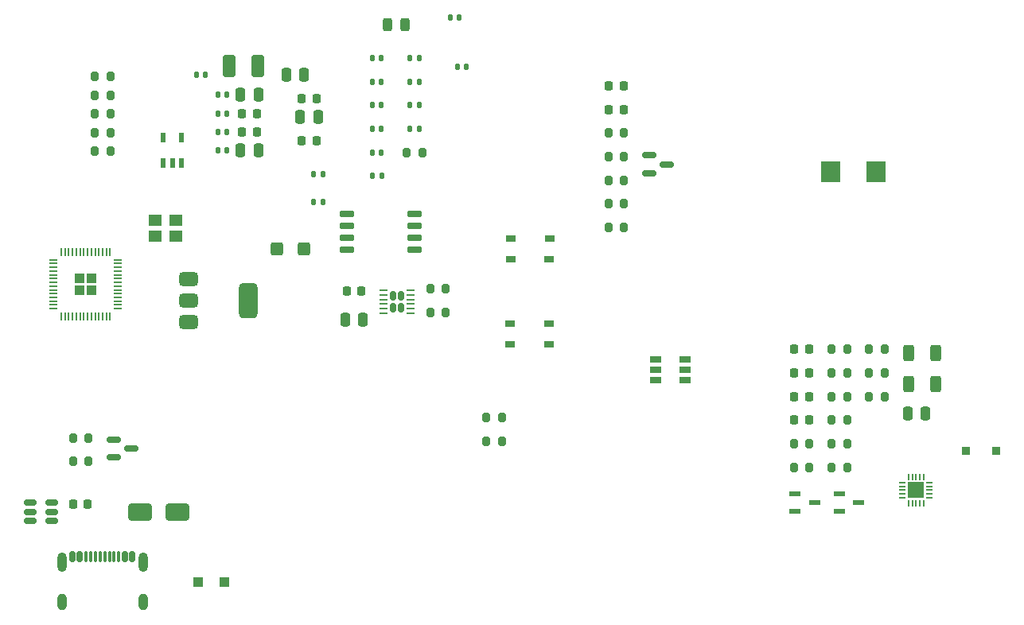
<source format=gbr>
%TF.GenerationSoftware,KiCad,Pcbnew,8.0.0*%
%TF.CreationDate,2024-04-27T18:31:45+01:00*%
%TF.ProjectId,StepUp,53746570-5570-42e6-9b69-6361645f7063,rev?*%
%TF.SameCoordinates,Original*%
%TF.FileFunction,Paste,Top*%
%TF.FilePolarity,Positive*%
%FSLAX46Y46*%
G04 Gerber Fmt 4.6, Leading zero omitted, Abs format (unit mm)*
G04 Created by KiCad (PCBNEW 8.0.0) date 2024-04-27 18:31:45*
%MOMM*%
%LPD*%
G01*
G04 APERTURE LIST*
G04 Aperture macros list*
%AMRoundRect*
0 Rectangle with rounded corners*
0 $1 Rounding radius*
0 $2 $3 $4 $5 $6 $7 $8 $9 X,Y pos of 4 corners*
0 Add a 4 corners polygon primitive as box body*
4,1,4,$2,$3,$4,$5,$6,$7,$8,$9,$2,$3,0*
0 Add four circle primitives for the rounded corners*
1,1,$1+$1,$2,$3*
1,1,$1+$1,$4,$5*
1,1,$1+$1,$6,$7*
1,1,$1+$1,$8,$9*
0 Add four rect primitives between the rounded corners*
20,1,$1+$1,$2,$3,$4,$5,0*
20,1,$1+$1,$4,$5,$6,$7,0*
20,1,$1+$1,$6,$7,$8,$9,0*
20,1,$1+$1,$8,$9,$2,$3,0*%
G04 Aperture macros list end*
%ADD10R,0.762000X0.254000*%
%ADD11R,0.254000X0.762000*%
%ADD12R,1.701800X1.701800*%
%ADD13R,2.150000X2.200000*%
%ADD14RoundRect,0.250000X-0.400000X-0.450000X0.400000X-0.450000X0.400000X0.450000X-0.400000X0.450000X0*%
%ADD15RoundRect,0.200000X-0.200000X-0.275000X0.200000X-0.275000X0.200000X0.275000X-0.200000X0.275000X0*%
%ADD16R,1.300000X0.600000*%
%ADD17RoundRect,0.140000X-0.140000X-0.170000X0.140000X-0.170000X0.140000X0.170000X-0.140000X0.170000X0*%
%ADD18RoundRect,0.250000X-0.250000X-0.475000X0.250000X-0.475000X0.250000X0.475000X-0.250000X0.475000X0*%
%ADD19RoundRect,0.225000X-0.225000X-0.250000X0.225000X-0.250000X0.225000X0.250000X-0.225000X0.250000X0*%
%ADD20RoundRect,0.135000X-0.135000X-0.185000X0.135000X-0.185000X0.135000X0.185000X-0.135000X0.185000X0*%
%ADD21RoundRect,0.250000X-0.312500X-0.625000X0.312500X-0.625000X0.312500X0.625000X-0.312500X0.625000X0*%
%ADD22RoundRect,0.250000X-0.412500X-0.925000X0.412500X-0.925000X0.412500X0.925000X-0.412500X0.925000X0*%
%ADD23R,1.300000X0.700000*%
%ADD24RoundRect,0.160000X-0.160000X-0.345000X0.160000X-0.345000X0.160000X0.345000X-0.160000X0.345000X0*%
%ADD25RoundRect,0.062500X-0.362500X-0.062500X0.362500X-0.062500X0.362500X0.062500X-0.362500X0.062500X0*%
%ADD26RoundRect,0.243750X-0.243750X-0.456250X0.243750X-0.456250X0.243750X0.456250X-0.243750X0.456250X0*%
%ADD27R,1.050000X0.650000*%
%ADD28RoundRect,0.250000X-0.292217X-0.292217X0.292217X-0.292217X0.292217X0.292217X-0.292217X0.292217X0*%
%ADD29RoundRect,0.050000X-0.387500X-0.050000X0.387500X-0.050000X0.387500X0.050000X-0.387500X0.050000X0*%
%ADD30RoundRect,0.050000X-0.050000X-0.387500X0.050000X-0.387500X0.050000X0.387500X-0.050000X0.387500X0*%
%ADD31RoundRect,0.150000X-0.150000X-0.425000X0.150000X-0.425000X0.150000X0.425000X-0.150000X0.425000X0*%
%ADD32RoundRect,0.075000X-0.075000X-0.500000X0.075000X-0.500000X0.075000X0.500000X-0.075000X0.500000X0*%
%ADD33O,1.000000X2.100000*%
%ADD34O,1.000000X1.800000*%
%ADD35RoundRect,0.250000X-1.000000X-0.650000X1.000000X-0.650000X1.000000X0.650000X-1.000000X0.650000X0*%
%ADD36RoundRect,0.150000X-0.512500X-0.150000X0.512500X-0.150000X0.512500X0.150000X-0.512500X0.150000X0*%
%ADD37R,1.400000X1.200000*%
%ADD38R,0.600000X1.050000*%
%ADD39RoundRect,0.150000X-0.587500X-0.150000X0.587500X-0.150000X0.587500X0.150000X-0.587500X0.150000X0*%
%ADD40RoundRect,0.375000X-0.625000X-0.375000X0.625000X-0.375000X0.625000X0.375000X-0.625000X0.375000X0*%
%ADD41RoundRect,0.500000X-0.500000X-1.400000X0.500000X-1.400000X0.500000X1.400000X-0.500000X1.400000X0*%
%ADD42R,0.900000X0.950000*%
%ADD43RoundRect,0.250000X-0.300000X-0.300000X0.300000X-0.300000X0.300000X0.300000X-0.300000X0.300000X0*%
%ADD44RoundRect,0.150000X-0.650000X-0.150000X0.650000X-0.150000X0.650000X0.150000X-0.650000X0.150000X0*%
G04 APERTURE END LIST*
D10*
%TO.C,U3*%
X209655200Y-128899998D03*
X209655200Y-129300000D03*
X209655200Y-129699999D03*
X209655200Y-130099998D03*
X209655200Y-130500000D03*
D11*
X210277599Y-131122399D03*
X210677601Y-131122399D03*
X211077600Y-131122399D03*
X211477599Y-131122399D03*
X211877601Y-131122399D03*
D10*
X212500000Y-130500000D03*
X212500000Y-130099998D03*
X212500000Y-129699999D03*
X212500000Y-129300000D03*
X212500000Y-128899998D03*
D11*
X211877601Y-128277599D03*
X211477599Y-128277599D03*
X211077600Y-128277599D03*
X210677601Y-128277599D03*
X210277599Y-128277599D03*
D12*
X211077600Y-129699999D03*
%TD*%
D13*
%TO.C,L2*%
X201980000Y-95800000D03*
X206780000Y-95800000D03*
%TD*%
D14*
%TO.C,D6*%
X143050000Y-104000000D03*
X145950000Y-104000000D03*
%TD*%
D15*
%TO.C,R20*%
X178345000Y-96700000D03*
X179995000Y-96700000D03*
%TD*%
D16*
%TO.C,Q4*%
X202900000Y-130050000D03*
X202900000Y-131950000D03*
X205000000Y-131000000D03*
%TD*%
D17*
%TO.C,C10*%
X146997500Y-96017500D03*
X147957500Y-96017500D03*
%TD*%
%TO.C,C5*%
X162262500Y-84617500D03*
X163222500Y-84617500D03*
%TD*%
D15*
%TO.C,R6*%
X156892500Y-93737500D03*
X158542500Y-93737500D03*
%TD*%
D17*
%TO.C,C8*%
X134520000Y-85500000D03*
X135480000Y-85500000D03*
%TD*%
D18*
%TO.C,C19*%
X139187500Y-93527500D03*
X141087500Y-93527500D03*
%TD*%
D15*
%TO.C,R34*%
X206100000Y-117230000D03*
X207750000Y-117230000D03*
%TD*%
D19*
%TO.C,C18*%
X139362500Y-91557500D03*
X140912500Y-91557500D03*
%TD*%
D15*
%TO.C,R10*%
X123702500Y-91627500D03*
X125352500Y-91627500D03*
%TD*%
D20*
%TO.C,R2*%
X157207500Y-83697500D03*
X158227500Y-83697500D03*
%TD*%
D21*
%TO.C,R29*%
X210272500Y-115110000D03*
X213197500Y-115110000D03*
%TD*%
D20*
%TO.C,R5*%
X157207500Y-91227500D03*
X158227500Y-91227500D03*
%TD*%
D15*
%TO.C,R7*%
X123702500Y-85657500D03*
X125352500Y-85657500D03*
%TD*%
D22*
%TO.C,C15*%
X137962500Y-84500000D03*
X141037500Y-84500000D03*
%TD*%
D15*
%TO.C,R8*%
X123702500Y-87647500D03*
X125352500Y-87647500D03*
%TD*%
%TO.C,R32*%
X202090000Y-127270000D03*
X203740000Y-127270000D03*
%TD*%
D20*
%TO.C,R4*%
X157207500Y-88717500D03*
X158227500Y-88717500D03*
%TD*%
D18*
%TO.C,C28*%
X210205000Y-121550000D03*
X212105000Y-121550000D03*
%TD*%
D16*
%TO.C,Q3*%
X198200000Y-130050000D03*
X198200000Y-131950000D03*
X200300000Y-131000000D03*
%TD*%
D20*
%TO.C,R3*%
X157207500Y-86207500D03*
X158227500Y-86207500D03*
%TD*%
D17*
%TO.C,C7*%
X161537500Y-79397500D03*
X162497500Y-79397500D03*
%TD*%
D15*
%TO.C,R23*%
X198080000Y-124760000D03*
X199730000Y-124760000D03*
%TD*%
D17*
%TO.C,C6*%
X153227500Y-93737500D03*
X154187500Y-93737500D03*
%TD*%
D23*
%TO.C,D4*%
X183400000Y-115800000D03*
X183400000Y-116900000D03*
X183400000Y-118000000D03*
X186500000Y-118000000D03*
X186500000Y-116900000D03*
X186500000Y-115800000D03*
%TD*%
D21*
%TO.C,R31*%
X210272500Y-118400000D03*
X213197500Y-118400000D03*
%TD*%
D15*
%TO.C,R27*%
X202090000Y-119740000D03*
X203740000Y-119740000D03*
%TD*%
D17*
%TO.C,C13*%
X136787500Y-91557500D03*
X137747500Y-91557500D03*
%TD*%
D24*
%TO.C,U7*%
X155450000Y-109020000D03*
X155450000Y-110270000D03*
X156250000Y-109020000D03*
X156250000Y-110270000D03*
D25*
X154425000Y-108395000D03*
X154425000Y-108895000D03*
X154425000Y-109395000D03*
X154425000Y-109895000D03*
X154425000Y-110395000D03*
X154425000Y-110895000D03*
X157275000Y-110895000D03*
X157275000Y-110395000D03*
X157275000Y-109895000D03*
X157275000Y-109395000D03*
X157275000Y-108895000D03*
X157275000Y-108395000D03*
%TD*%
D17*
%TO.C,C3*%
X153227500Y-88717500D03*
X154187500Y-88717500D03*
%TD*%
D15*
%TO.C,R28*%
X202090000Y-122250000D03*
X203740000Y-122250000D03*
%TD*%
D26*
%TO.C,D1*%
X154835000Y-80167500D03*
X156710000Y-80167500D03*
%TD*%
D17*
%TO.C,C14*%
X136787500Y-93527500D03*
X137747500Y-93527500D03*
%TD*%
D27*
%TO.C,SW1*%
X167925000Y-102925000D03*
X172075000Y-102925000D03*
X167925000Y-105075000D03*
X172050000Y-105075000D03*
%TD*%
D15*
%TO.C,R14*%
X121355000Y-124130000D03*
X123005000Y-124130000D03*
%TD*%
D28*
%TO.C,U2*%
X122087500Y-107137500D03*
X122087500Y-108412500D03*
X123362500Y-107137500D03*
X123362500Y-108412500D03*
D29*
X119287500Y-105175000D03*
X119287500Y-105575000D03*
X119287500Y-105975000D03*
X119287500Y-106375000D03*
X119287500Y-106775000D03*
X119287500Y-107175000D03*
X119287500Y-107575000D03*
X119287500Y-107975000D03*
X119287500Y-108375000D03*
X119287500Y-108775000D03*
X119287500Y-109175000D03*
X119287500Y-109575000D03*
X119287500Y-109975000D03*
X119287500Y-110375000D03*
D30*
X120125000Y-111212500D03*
X120525000Y-111212500D03*
X120925000Y-111212500D03*
X121325000Y-111212500D03*
X121725000Y-111212500D03*
X122125000Y-111212500D03*
X122525000Y-111212500D03*
X122925000Y-111212500D03*
X123325000Y-111212500D03*
X123725000Y-111212500D03*
X124125000Y-111212500D03*
X124525000Y-111212500D03*
X124925000Y-111212500D03*
X125325000Y-111212500D03*
D29*
X126162500Y-110375000D03*
X126162500Y-109975000D03*
X126162500Y-109575000D03*
X126162500Y-109175000D03*
X126162500Y-108775000D03*
X126162500Y-108375000D03*
X126162500Y-107975000D03*
X126162500Y-107575000D03*
X126162500Y-107175000D03*
X126162500Y-106775000D03*
X126162500Y-106375000D03*
X126162500Y-105975000D03*
X126162500Y-105575000D03*
X126162500Y-105175000D03*
D30*
X125325000Y-104337500D03*
X124925000Y-104337500D03*
X124525000Y-104337500D03*
X124125000Y-104337500D03*
X123725000Y-104337500D03*
X123325000Y-104337500D03*
X122925000Y-104337500D03*
X122525000Y-104337500D03*
X122125000Y-104337500D03*
X121725000Y-104337500D03*
X121325000Y-104337500D03*
X120925000Y-104337500D03*
X120525000Y-104337500D03*
X120125000Y-104337500D03*
%TD*%
D19*
%TO.C,C32*%
X198130000Y-119740000D03*
X199680000Y-119740000D03*
%TD*%
D15*
%TO.C,R13*%
X159380000Y-110760000D03*
X161030000Y-110760000D03*
%TD*%
D18*
%TO.C,C20*%
X144050000Y-85500000D03*
X145950000Y-85500000D03*
%TD*%
D17*
%TO.C,C4*%
X153227500Y-91227500D03*
X154187500Y-91227500D03*
%TD*%
D31*
%TO.C,J8*%
X121300000Y-136820000D03*
X122100000Y-136820000D03*
D32*
X123250000Y-136820000D03*
X124250000Y-136820000D03*
X124750000Y-136820000D03*
X125750000Y-136820000D03*
D31*
X126900000Y-136820000D03*
X127700000Y-136820000D03*
X127700000Y-136820000D03*
X126900000Y-136820000D03*
D32*
X126250000Y-136820000D03*
X125250000Y-136820000D03*
X123750000Y-136820000D03*
X122750000Y-136820000D03*
D31*
X122100000Y-136820000D03*
X121300000Y-136820000D03*
D33*
X120180000Y-137395000D03*
D34*
X120180000Y-141575000D03*
D33*
X128820000Y-137395000D03*
D34*
X128820000Y-141575000D03*
%TD*%
D15*
%TO.C,R26*%
X202090000Y-117230000D03*
X203740000Y-117230000D03*
%TD*%
D35*
%TO.C,D2*%
X128500000Y-132000000D03*
X132500000Y-132000000D03*
%TD*%
D17*
%TO.C,C2*%
X153227500Y-86207500D03*
X154187500Y-86207500D03*
%TD*%
D27*
%TO.C,SW2*%
X167875000Y-112000000D03*
X172025000Y-112000000D03*
X167875000Y-114150000D03*
X172000000Y-114150000D03*
%TD*%
D19*
%TO.C,C24*%
X150500000Y-108500000D03*
X152050000Y-108500000D03*
%TD*%
%TO.C,C31*%
X198130000Y-117230000D03*
X199680000Y-117230000D03*
%TD*%
D17*
%TO.C,C1*%
X153227500Y-83697500D03*
X154187500Y-83697500D03*
%TD*%
D15*
%TO.C,R16*%
X165350000Y-121990000D03*
X167000000Y-121990000D03*
%TD*%
D36*
%TO.C,U4*%
X116862500Y-131050000D03*
X116862500Y-132000000D03*
X116862500Y-132950000D03*
X119137500Y-132950000D03*
X119137500Y-132000000D03*
X119137500Y-131050000D03*
%TD*%
D15*
%TO.C,R12*%
X159380000Y-108250000D03*
X161030000Y-108250000D03*
%TD*%
D17*
%TO.C,C9*%
X136787500Y-87617500D03*
X137747500Y-87617500D03*
%TD*%
D19*
%TO.C,C23*%
X145725000Y-92500000D03*
X147275000Y-92500000D03*
%TD*%
D37*
%TO.C,Y1*%
X130125000Y-102625000D03*
X132325000Y-102625000D03*
X132325000Y-100925000D03*
X130125000Y-100925000D03*
%TD*%
D15*
%TO.C,R17*%
X165350000Y-124500000D03*
X167000000Y-124500000D03*
%TD*%
%TO.C,R19*%
X178345000Y-94190000D03*
X179995000Y-94190000D03*
%TD*%
D19*
%TO.C,C21*%
X145725000Y-88000000D03*
X147275000Y-88000000D03*
%TD*%
D38*
%TO.C,U5*%
X131000000Y-94850000D03*
X131950000Y-94850000D03*
X132900000Y-94850000D03*
X132900000Y-92150000D03*
X131000000Y-92150000D03*
%TD*%
D20*
%TO.C,R1*%
X153197500Y-96247500D03*
X154217500Y-96247500D03*
%TD*%
D17*
%TO.C,C12*%
X136787500Y-89587500D03*
X137747500Y-89587500D03*
%TD*%
D15*
%TO.C,R11*%
X123702500Y-93617500D03*
X125352500Y-93617500D03*
%TD*%
%TO.C,R25*%
X202090000Y-114720000D03*
X203740000Y-114720000D03*
%TD*%
%TO.C,R35*%
X206100000Y-119740000D03*
X207750000Y-119740000D03*
%TD*%
D19*
%TO.C,C30*%
X178395000Y-89170000D03*
X179945000Y-89170000D03*
%TD*%
D18*
%TO.C,C25*%
X150325000Y-111510000D03*
X152225000Y-111510000D03*
%TD*%
D15*
%TO.C,R15*%
X121355000Y-126640000D03*
X123005000Y-126640000D03*
%TD*%
D19*
%TO.C,C29*%
X198130000Y-114720000D03*
X199680000Y-114720000D03*
%TD*%
%TO.C,C17*%
X139362500Y-89587500D03*
X140912500Y-89587500D03*
%TD*%
D39*
%TO.C,Q1*%
X125692500Y-124325000D03*
X125692500Y-126225000D03*
X127567500Y-125275000D03*
%TD*%
D19*
%TO.C,C33*%
X198130000Y-122250000D03*
X199680000Y-122250000D03*
%TD*%
D15*
%TO.C,R21*%
X178345000Y-99210000D03*
X179995000Y-99210000D03*
%TD*%
D17*
%TO.C,C11*%
X146997500Y-99027500D03*
X147957500Y-99027500D03*
%TD*%
D15*
%TO.C,R9*%
X123702500Y-89637500D03*
X125352500Y-89637500D03*
%TD*%
%TO.C,R33*%
X206100000Y-114720000D03*
X207750000Y-114720000D03*
%TD*%
D19*
%TO.C,C27*%
X178395000Y-86660000D03*
X179945000Y-86660000D03*
%TD*%
D40*
%TO.C,U6*%
X133700000Y-107200000D03*
X133700000Y-109500000D03*
D41*
X140000000Y-109500000D03*
D40*
X133700000Y-111800000D03*
%TD*%
D42*
%TO.C,D5*%
X219575000Y-125500000D03*
X216425000Y-125500000D03*
%TD*%
D15*
%TO.C,R30*%
X202090000Y-124760000D03*
X203740000Y-124760000D03*
%TD*%
D39*
%TO.C,Q2*%
X182682500Y-94055000D03*
X182682500Y-95955000D03*
X184557500Y-95005000D03*
%TD*%
D19*
%TO.C,C26*%
X121405000Y-131150000D03*
X122955000Y-131150000D03*
%TD*%
D15*
%TO.C,R18*%
X178345000Y-91680000D03*
X179995000Y-91680000D03*
%TD*%
D18*
%TO.C,C22*%
X145550000Y-90000000D03*
X147450000Y-90000000D03*
%TD*%
D43*
%TO.C,D3*%
X134662500Y-139460000D03*
X137462500Y-139460000D03*
%TD*%
D15*
%TO.C,R24*%
X198080000Y-127270000D03*
X199730000Y-127270000D03*
%TD*%
D44*
%TO.C,U1*%
X150478900Y-100304100D03*
X150478900Y-101574100D03*
X150478900Y-102844100D03*
X150478900Y-104114100D03*
X157678900Y-104114100D03*
X157678900Y-102844100D03*
X157678900Y-101574100D03*
X157678900Y-100304100D03*
%TD*%
D18*
%TO.C,C16*%
X139187500Y-87617500D03*
X141087500Y-87617500D03*
%TD*%
D15*
%TO.C,R22*%
X178345000Y-101720000D03*
X179995000Y-101720000D03*
%TD*%
M02*

</source>
